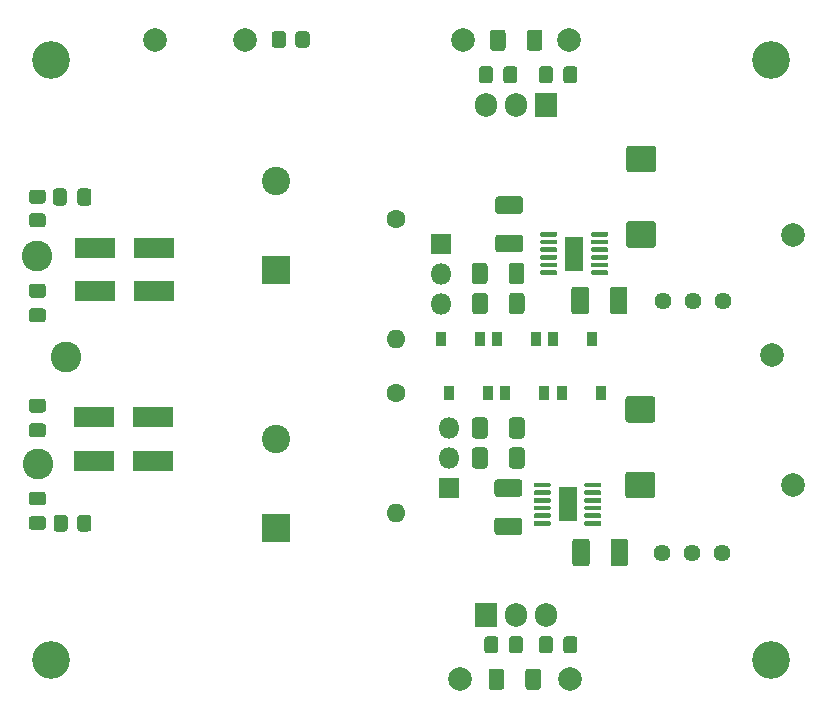
<source format=gbr>
G04 #@! TF.GenerationSoftware,KiCad,Pcbnew,(5.1.10-0-10_14)*
G04 #@! TF.CreationDate,2021-10-17T20:47:25+02:00*
G04 #@! TF.ProjectId,lv-lownoise-psu,6c762d6c-6f77-46e6-9f69-73652d707375,rev?*
G04 #@! TF.SameCoordinates,Original*
G04 #@! TF.FileFunction,Soldermask,Top*
G04 #@! TF.FilePolarity,Negative*
%FSLAX46Y46*%
G04 Gerber Fmt 4.6, Leading zero omitted, Abs format (unit mm)*
G04 Created by KiCad (PCBNEW (5.1.10-0-10_14)) date 2021-10-17 20:47:25*
%MOMM*%
%LPD*%
G01*
G04 APERTURE LIST*
%ADD10R,1.650000X2.850000*%
%ADD11C,2.000000*%
%ADD12R,0.900000X1.200000*%
%ADD13O,1.600000X1.600000*%
%ADD14C,1.600000*%
%ADD15O,1.800000X1.800000*%
%ADD16R,1.800000X1.800000*%
%ADD17O,1.905000X2.000000*%
%ADD18R,1.905000X2.000000*%
%ADD19R,3.500000X1.800000*%
%ADD20C,2.400000*%
%ADD21R,2.400000X2.400000*%
%ADD22C,1.440000*%
%ADD23C,2.600000*%
%ADD24C,3.200000*%
G04 APERTURE END LIST*
G36*
G01*
X133975999Y-67899500D02*
X136026001Y-67899500D01*
G75*
G02*
X136276000Y-68149499I0J-249999D01*
G01*
X136276000Y-69899501D01*
G75*
G02*
X136026001Y-70149500I-249999J0D01*
G01*
X133975999Y-70149500D01*
G75*
G02*
X133726000Y-69899501I0J249999D01*
G01*
X133726000Y-68149499D01*
G75*
G02*
X133975999Y-67899500I249999J0D01*
G01*
G37*
G36*
G01*
X133975999Y-61499500D02*
X136026001Y-61499500D01*
G75*
G02*
X136276000Y-61749499I0J-249999D01*
G01*
X136276000Y-63499501D01*
G75*
G02*
X136026001Y-63749500I-249999J0D01*
G01*
X133975999Y-63749500D01*
G75*
G02*
X133726000Y-63499501I0J249999D01*
G01*
X133726000Y-61749499D01*
G75*
G02*
X133975999Y-61499500I249999J0D01*
G01*
G37*
G36*
G01*
X136089501Y-42540500D02*
X134039499Y-42540500D01*
G75*
G02*
X133789500Y-42290501I0J249999D01*
G01*
X133789500Y-40540499D01*
G75*
G02*
X134039499Y-40290500I249999J0D01*
G01*
X136089501Y-40290500D01*
G75*
G02*
X136339500Y-40540499I0J-249999D01*
G01*
X136339500Y-42290501D01*
G75*
G02*
X136089501Y-42540500I-249999J0D01*
G01*
G37*
G36*
G01*
X136089501Y-48940500D02*
X134039499Y-48940500D01*
G75*
G02*
X133789500Y-48690501I0J249999D01*
G01*
X133789500Y-46940499D01*
G75*
G02*
X134039499Y-46690500I249999J0D01*
G01*
X136089501Y-46690500D01*
G75*
G02*
X136339500Y-46940499I0J-249999D01*
G01*
X136339500Y-48690501D01*
G75*
G02*
X136089501Y-48940500I-249999J0D01*
G01*
G37*
G36*
G01*
X130659500Y-52478500D02*
X130659500Y-54328500D01*
G75*
G02*
X130409500Y-54578500I-250000J0D01*
G01*
X129409500Y-54578500D01*
G75*
G02*
X129159500Y-54328500I0J250000D01*
G01*
X129159500Y-52478500D01*
G75*
G02*
X129409500Y-52228500I250000J0D01*
G01*
X130409500Y-52228500D01*
G75*
G02*
X130659500Y-52478500I0J-250000D01*
G01*
G37*
G36*
G01*
X133909500Y-52478500D02*
X133909500Y-54328500D01*
G75*
G02*
X133659500Y-54578500I-250000J0D01*
G01*
X132659500Y-54578500D01*
G75*
G02*
X132409500Y-54328500I0J250000D01*
G01*
X132409500Y-52478500D01*
G75*
G02*
X132659500Y-52228500I250000J0D01*
G01*
X133659500Y-52228500D01*
G75*
G02*
X133909500Y-52478500I0J-250000D01*
G01*
G37*
D10*
X128832500Y-70649500D03*
G36*
G01*
X130257500Y-69124500D02*
X130257500Y-68924500D01*
G75*
G02*
X130357500Y-68824500I100000J0D01*
G01*
X131607500Y-68824500D01*
G75*
G02*
X131707500Y-68924500I0J-100000D01*
G01*
X131707500Y-69124500D01*
G75*
G02*
X131607500Y-69224500I-100000J0D01*
G01*
X130357500Y-69224500D01*
G75*
G02*
X130257500Y-69124500I0J100000D01*
G01*
G37*
G36*
G01*
X130257500Y-69774500D02*
X130257500Y-69574500D01*
G75*
G02*
X130357500Y-69474500I100000J0D01*
G01*
X131607500Y-69474500D01*
G75*
G02*
X131707500Y-69574500I0J-100000D01*
G01*
X131707500Y-69774500D01*
G75*
G02*
X131607500Y-69874500I-100000J0D01*
G01*
X130357500Y-69874500D01*
G75*
G02*
X130257500Y-69774500I0J100000D01*
G01*
G37*
G36*
G01*
X130257500Y-70424500D02*
X130257500Y-70224500D01*
G75*
G02*
X130357500Y-70124500I100000J0D01*
G01*
X131607500Y-70124500D01*
G75*
G02*
X131707500Y-70224500I0J-100000D01*
G01*
X131707500Y-70424500D01*
G75*
G02*
X131607500Y-70524500I-100000J0D01*
G01*
X130357500Y-70524500D01*
G75*
G02*
X130257500Y-70424500I0J100000D01*
G01*
G37*
G36*
G01*
X130257500Y-71074500D02*
X130257500Y-70874500D01*
G75*
G02*
X130357500Y-70774500I100000J0D01*
G01*
X131607500Y-70774500D01*
G75*
G02*
X131707500Y-70874500I0J-100000D01*
G01*
X131707500Y-71074500D01*
G75*
G02*
X131607500Y-71174500I-100000J0D01*
G01*
X130357500Y-71174500D01*
G75*
G02*
X130257500Y-71074500I0J100000D01*
G01*
G37*
G36*
G01*
X130257500Y-71724500D02*
X130257500Y-71524500D01*
G75*
G02*
X130357500Y-71424500I100000J0D01*
G01*
X131607500Y-71424500D01*
G75*
G02*
X131707500Y-71524500I0J-100000D01*
G01*
X131707500Y-71724500D01*
G75*
G02*
X131607500Y-71824500I-100000J0D01*
G01*
X130357500Y-71824500D01*
G75*
G02*
X130257500Y-71724500I0J100000D01*
G01*
G37*
G36*
G01*
X130257500Y-72374500D02*
X130257500Y-72174500D01*
G75*
G02*
X130357500Y-72074500I100000J0D01*
G01*
X131607500Y-72074500D01*
G75*
G02*
X131707500Y-72174500I0J-100000D01*
G01*
X131707500Y-72374500D01*
G75*
G02*
X131607500Y-72474500I-100000J0D01*
G01*
X130357500Y-72474500D01*
G75*
G02*
X130257500Y-72374500I0J100000D01*
G01*
G37*
G36*
G01*
X125957500Y-72374500D02*
X125957500Y-72174500D01*
G75*
G02*
X126057500Y-72074500I100000J0D01*
G01*
X127307500Y-72074500D01*
G75*
G02*
X127407500Y-72174500I0J-100000D01*
G01*
X127407500Y-72374500D01*
G75*
G02*
X127307500Y-72474500I-100000J0D01*
G01*
X126057500Y-72474500D01*
G75*
G02*
X125957500Y-72374500I0J100000D01*
G01*
G37*
G36*
G01*
X125957500Y-71724500D02*
X125957500Y-71524500D01*
G75*
G02*
X126057500Y-71424500I100000J0D01*
G01*
X127307500Y-71424500D01*
G75*
G02*
X127407500Y-71524500I0J-100000D01*
G01*
X127407500Y-71724500D01*
G75*
G02*
X127307500Y-71824500I-100000J0D01*
G01*
X126057500Y-71824500D01*
G75*
G02*
X125957500Y-71724500I0J100000D01*
G01*
G37*
G36*
G01*
X125957500Y-71074500D02*
X125957500Y-70874500D01*
G75*
G02*
X126057500Y-70774500I100000J0D01*
G01*
X127307500Y-70774500D01*
G75*
G02*
X127407500Y-70874500I0J-100000D01*
G01*
X127407500Y-71074500D01*
G75*
G02*
X127307500Y-71174500I-100000J0D01*
G01*
X126057500Y-71174500D01*
G75*
G02*
X125957500Y-71074500I0J100000D01*
G01*
G37*
G36*
G01*
X125957500Y-70424500D02*
X125957500Y-70224500D01*
G75*
G02*
X126057500Y-70124500I100000J0D01*
G01*
X127307500Y-70124500D01*
G75*
G02*
X127407500Y-70224500I0J-100000D01*
G01*
X127407500Y-70424500D01*
G75*
G02*
X127307500Y-70524500I-100000J0D01*
G01*
X126057500Y-70524500D01*
G75*
G02*
X125957500Y-70424500I0J100000D01*
G01*
G37*
G36*
G01*
X125957500Y-69774500D02*
X125957500Y-69574500D01*
G75*
G02*
X126057500Y-69474500I100000J0D01*
G01*
X127307500Y-69474500D01*
G75*
G02*
X127407500Y-69574500I0J-100000D01*
G01*
X127407500Y-69774500D01*
G75*
G02*
X127307500Y-69874500I-100000J0D01*
G01*
X126057500Y-69874500D01*
G75*
G02*
X125957500Y-69774500I0J100000D01*
G01*
G37*
G36*
G01*
X125957500Y-69124500D02*
X125957500Y-68924500D01*
G75*
G02*
X126057500Y-68824500I100000J0D01*
G01*
X127307500Y-68824500D01*
G75*
G02*
X127407500Y-68924500I0J-100000D01*
G01*
X127407500Y-69124500D01*
G75*
G02*
X127307500Y-69224500I-100000J0D01*
G01*
X126057500Y-69224500D01*
G75*
G02*
X125957500Y-69124500I0J100000D01*
G01*
G37*
X129404000Y-49425500D03*
G36*
G01*
X130829000Y-47900500D02*
X130829000Y-47700500D01*
G75*
G02*
X130929000Y-47600500I100000J0D01*
G01*
X132179000Y-47600500D01*
G75*
G02*
X132279000Y-47700500I0J-100000D01*
G01*
X132279000Y-47900500D01*
G75*
G02*
X132179000Y-48000500I-100000J0D01*
G01*
X130929000Y-48000500D01*
G75*
G02*
X130829000Y-47900500I0J100000D01*
G01*
G37*
G36*
G01*
X130829000Y-48550500D02*
X130829000Y-48350500D01*
G75*
G02*
X130929000Y-48250500I100000J0D01*
G01*
X132179000Y-48250500D01*
G75*
G02*
X132279000Y-48350500I0J-100000D01*
G01*
X132279000Y-48550500D01*
G75*
G02*
X132179000Y-48650500I-100000J0D01*
G01*
X130929000Y-48650500D01*
G75*
G02*
X130829000Y-48550500I0J100000D01*
G01*
G37*
G36*
G01*
X130829000Y-49200500D02*
X130829000Y-49000500D01*
G75*
G02*
X130929000Y-48900500I100000J0D01*
G01*
X132179000Y-48900500D01*
G75*
G02*
X132279000Y-49000500I0J-100000D01*
G01*
X132279000Y-49200500D01*
G75*
G02*
X132179000Y-49300500I-100000J0D01*
G01*
X130929000Y-49300500D01*
G75*
G02*
X130829000Y-49200500I0J100000D01*
G01*
G37*
G36*
G01*
X130829000Y-49850500D02*
X130829000Y-49650500D01*
G75*
G02*
X130929000Y-49550500I100000J0D01*
G01*
X132179000Y-49550500D01*
G75*
G02*
X132279000Y-49650500I0J-100000D01*
G01*
X132279000Y-49850500D01*
G75*
G02*
X132179000Y-49950500I-100000J0D01*
G01*
X130929000Y-49950500D01*
G75*
G02*
X130829000Y-49850500I0J100000D01*
G01*
G37*
G36*
G01*
X130829000Y-50500500D02*
X130829000Y-50300500D01*
G75*
G02*
X130929000Y-50200500I100000J0D01*
G01*
X132179000Y-50200500D01*
G75*
G02*
X132279000Y-50300500I0J-100000D01*
G01*
X132279000Y-50500500D01*
G75*
G02*
X132179000Y-50600500I-100000J0D01*
G01*
X130929000Y-50600500D01*
G75*
G02*
X130829000Y-50500500I0J100000D01*
G01*
G37*
G36*
G01*
X130829000Y-51150500D02*
X130829000Y-50950500D01*
G75*
G02*
X130929000Y-50850500I100000J0D01*
G01*
X132179000Y-50850500D01*
G75*
G02*
X132279000Y-50950500I0J-100000D01*
G01*
X132279000Y-51150500D01*
G75*
G02*
X132179000Y-51250500I-100000J0D01*
G01*
X130929000Y-51250500D01*
G75*
G02*
X130829000Y-51150500I0J100000D01*
G01*
G37*
G36*
G01*
X126529000Y-51150500D02*
X126529000Y-50950500D01*
G75*
G02*
X126629000Y-50850500I100000J0D01*
G01*
X127879000Y-50850500D01*
G75*
G02*
X127979000Y-50950500I0J-100000D01*
G01*
X127979000Y-51150500D01*
G75*
G02*
X127879000Y-51250500I-100000J0D01*
G01*
X126629000Y-51250500D01*
G75*
G02*
X126529000Y-51150500I0J100000D01*
G01*
G37*
G36*
G01*
X126529000Y-50500500D02*
X126529000Y-50300500D01*
G75*
G02*
X126629000Y-50200500I100000J0D01*
G01*
X127879000Y-50200500D01*
G75*
G02*
X127979000Y-50300500I0J-100000D01*
G01*
X127979000Y-50500500D01*
G75*
G02*
X127879000Y-50600500I-100000J0D01*
G01*
X126629000Y-50600500D01*
G75*
G02*
X126529000Y-50500500I0J100000D01*
G01*
G37*
G36*
G01*
X126529000Y-49850500D02*
X126529000Y-49650500D01*
G75*
G02*
X126629000Y-49550500I100000J0D01*
G01*
X127879000Y-49550500D01*
G75*
G02*
X127979000Y-49650500I0J-100000D01*
G01*
X127979000Y-49850500D01*
G75*
G02*
X127879000Y-49950500I-100000J0D01*
G01*
X126629000Y-49950500D01*
G75*
G02*
X126529000Y-49850500I0J100000D01*
G01*
G37*
G36*
G01*
X126529000Y-49200500D02*
X126529000Y-49000500D01*
G75*
G02*
X126629000Y-48900500I100000J0D01*
G01*
X127879000Y-48900500D01*
G75*
G02*
X127979000Y-49000500I0J-100000D01*
G01*
X127979000Y-49200500D01*
G75*
G02*
X127879000Y-49300500I-100000J0D01*
G01*
X126629000Y-49300500D01*
G75*
G02*
X126529000Y-49200500I0J100000D01*
G01*
G37*
G36*
G01*
X126529000Y-48550500D02*
X126529000Y-48350500D01*
G75*
G02*
X126629000Y-48250500I100000J0D01*
G01*
X127879000Y-48250500D01*
G75*
G02*
X127979000Y-48350500I0J-100000D01*
G01*
X127979000Y-48550500D01*
G75*
G02*
X127879000Y-48650500I-100000J0D01*
G01*
X126629000Y-48650500D01*
G75*
G02*
X126529000Y-48550500I0J100000D01*
G01*
G37*
G36*
G01*
X126529000Y-47900500D02*
X126529000Y-47700500D01*
G75*
G02*
X126629000Y-47600500I100000J0D01*
G01*
X127879000Y-47600500D01*
G75*
G02*
X127979000Y-47700500I0J-100000D01*
G01*
X127979000Y-47900500D01*
G75*
G02*
X127879000Y-48000500I-100000J0D01*
G01*
X126629000Y-48000500D01*
G75*
G02*
X126529000Y-47900500I0J100000D01*
G01*
G37*
G36*
G01*
X122074500Y-66088499D02*
X122074500Y-67388501D01*
G75*
G02*
X121824501Y-67638500I-249999J0D01*
G01*
X120999499Y-67638500D01*
G75*
G02*
X120749500Y-67388501I0J249999D01*
G01*
X120749500Y-66088499D01*
G75*
G02*
X120999499Y-65838500I249999J0D01*
G01*
X121824501Y-65838500D01*
G75*
G02*
X122074500Y-66088499I0J-249999D01*
G01*
G37*
G36*
G01*
X125199500Y-66088499D02*
X125199500Y-67388501D01*
G75*
G02*
X124949501Y-67638500I-249999J0D01*
G01*
X124124499Y-67638500D01*
G75*
G02*
X123874500Y-67388501I0J249999D01*
G01*
X123874500Y-66088499D01*
G75*
G02*
X124124499Y-65838500I249999J0D01*
G01*
X124949501Y-65838500D01*
G75*
G02*
X125199500Y-66088499I0J-249999D01*
G01*
G37*
G36*
G01*
X123861000Y-51767501D02*
X123861000Y-50467499D01*
G75*
G02*
X124110999Y-50217500I249999J0D01*
G01*
X124936001Y-50217500D01*
G75*
G02*
X125186000Y-50467499I0J-249999D01*
G01*
X125186000Y-51767501D01*
G75*
G02*
X124936001Y-52017500I-249999J0D01*
G01*
X124110999Y-52017500D01*
G75*
G02*
X123861000Y-51767501I0J249999D01*
G01*
G37*
G36*
G01*
X120736000Y-51767501D02*
X120736000Y-50467499D01*
G75*
G02*
X120985999Y-50217500I249999J0D01*
G01*
X121811001Y-50217500D01*
G75*
G02*
X122061000Y-50467499I0J-249999D01*
G01*
X122061000Y-51767501D01*
G75*
G02*
X121811001Y-52017500I-249999J0D01*
G01*
X120985999Y-52017500D01*
G75*
G02*
X120736000Y-51767501I0J249999D01*
G01*
G37*
G36*
G01*
X132473000Y-75664500D02*
X132473000Y-73814500D01*
G75*
G02*
X132723000Y-73564500I250000J0D01*
G01*
X133723000Y-73564500D01*
G75*
G02*
X133973000Y-73814500I0J-250000D01*
G01*
X133973000Y-75664500D01*
G75*
G02*
X133723000Y-75914500I-250000J0D01*
G01*
X132723000Y-75914500D01*
G75*
G02*
X132473000Y-75664500I0J250000D01*
G01*
G37*
G36*
G01*
X129223000Y-75664500D02*
X129223000Y-73814500D01*
G75*
G02*
X129473000Y-73564500I250000J0D01*
G01*
X130473000Y-73564500D01*
G75*
G02*
X130723000Y-73814500I0J-250000D01*
G01*
X130723000Y-75664500D01*
G75*
G02*
X130473000Y-75914500I-250000J0D01*
G01*
X129473000Y-75914500D01*
G75*
G02*
X129223000Y-75664500I0J250000D01*
G01*
G37*
G36*
G01*
X124750000Y-70028500D02*
X122900000Y-70028500D01*
G75*
G02*
X122650000Y-69778500I0J250000D01*
G01*
X122650000Y-68778500D01*
G75*
G02*
X122900000Y-68528500I250000J0D01*
G01*
X124750000Y-68528500D01*
G75*
G02*
X125000000Y-68778500I0J-250000D01*
G01*
X125000000Y-69778500D01*
G75*
G02*
X124750000Y-70028500I-250000J0D01*
G01*
G37*
G36*
G01*
X124750000Y-73278500D02*
X122900000Y-73278500D01*
G75*
G02*
X122650000Y-73028500I0J250000D01*
G01*
X122650000Y-72028500D01*
G75*
G02*
X122900000Y-71778500I250000J0D01*
G01*
X124750000Y-71778500D01*
G75*
G02*
X125000000Y-72028500I0J-250000D01*
G01*
X125000000Y-73028500D01*
G75*
G02*
X124750000Y-73278500I-250000J0D01*
G01*
G37*
G36*
G01*
X124813500Y-46077500D02*
X122963500Y-46077500D01*
G75*
G02*
X122713500Y-45827500I0J250000D01*
G01*
X122713500Y-44827500D01*
G75*
G02*
X122963500Y-44577500I250000J0D01*
G01*
X124813500Y-44577500D01*
G75*
G02*
X125063500Y-44827500I0J-250000D01*
G01*
X125063500Y-45827500D01*
G75*
G02*
X124813500Y-46077500I-250000J0D01*
G01*
G37*
G36*
G01*
X124813500Y-49327500D02*
X122963500Y-49327500D01*
G75*
G02*
X122713500Y-49077500I0J250000D01*
G01*
X122713500Y-48077500D01*
G75*
G02*
X122963500Y-47827500I250000J0D01*
G01*
X124813500Y-47827500D01*
G75*
G02*
X125063500Y-48077500I0J-250000D01*
G01*
X125063500Y-49077500D01*
G75*
G02*
X124813500Y-49327500I-250000J0D01*
G01*
G37*
G36*
G01*
X122074500Y-63548499D02*
X122074500Y-64848501D01*
G75*
G02*
X121824501Y-65098500I-249999J0D01*
G01*
X120999499Y-65098500D01*
G75*
G02*
X120749500Y-64848501I0J249999D01*
G01*
X120749500Y-63548499D01*
G75*
G02*
X120999499Y-63298500I249999J0D01*
G01*
X121824501Y-63298500D01*
G75*
G02*
X122074500Y-63548499I0J-249999D01*
G01*
G37*
G36*
G01*
X125199500Y-63548499D02*
X125199500Y-64848501D01*
G75*
G02*
X124949501Y-65098500I-249999J0D01*
G01*
X124124499Y-65098500D01*
G75*
G02*
X123874500Y-64848501I0J249999D01*
G01*
X123874500Y-63548499D01*
G75*
G02*
X124124499Y-63298500I249999J0D01*
G01*
X124949501Y-63298500D01*
G75*
G02*
X125199500Y-63548499I0J-249999D01*
G01*
G37*
G36*
G01*
X123874500Y-54307501D02*
X123874500Y-53007499D01*
G75*
G02*
X124124499Y-52757500I249999J0D01*
G01*
X124949501Y-52757500D01*
G75*
G02*
X125199500Y-53007499I0J-249999D01*
G01*
X125199500Y-54307501D01*
G75*
G02*
X124949501Y-54557500I-249999J0D01*
G01*
X124124499Y-54557500D01*
G75*
G02*
X123874500Y-54307501I0J249999D01*
G01*
G37*
G36*
G01*
X120749500Y-54307501D02*
X120749500Y-53007499D01*
G75*
G02*
X120999499Y-52757500I249999J0D01*
G01*
X121824501Y-52757500D01*
G75*
G02*
X122074500Y-53007499I0J-249999D01*
G01*
X122074500Y-54307501D01*
G75*
G02*
X121824501Y-54557500I-249999J0D01*
G01*
X120999499Y-54557500D01*
G75*
G02*
X120749500Y-54307501I0J249999D01*
G01*
G37*
D11*
X119761000Y-85471000D03*
X129032000Y-85471000D03*
X128968500Y-31369000D03*
X120015000Y-31369000D03*
X93916500Y-31305500D03*
X101536500Y-31305500D03*
X147955000Y-69024500D03*
X146113500Y-58039000D03*
X147955000Y-47815500D03*
D12*
X123571000Y-61214000D03*
X126871000Y-61214000D03*
X128333500Y-61214000D03*
X131633500Y-61214000D03*
X130935000Y-56642000D03*
X127635000Y-56642000D03*
X126172500Y-56642000D03*
X122872500Y-56642000D03*
G36*
G01*
X123471500Y-84820998D02*
X123471500Y-86121002D01*
G75*
G02*
X123221502Y-86371000I-249998J0D01*
G01*
X122396498Y-86371000D01*
G75*
G02*
X122146500Y-86121002I0J249998D01*
G01*
X122146500Y-84820998D01*
G75*
G02*
X122396498Y-84571000I249998J0D01*
G01*
X123221502Y-84571000D01*
G75*
G02*
X123471500Y-84820998I0J-249998D01*
G01*
G37*
G36*
G01*
X126596500Y-84820998D02*
X126596500Y-86121002D01*
G75*
G02*
X126346502Y-86371000I-249998J0D01*
G01*
X125521498Y-86371000D01*
G75*
G02*
X125271500Y-86121002I0J249998D01*
G01*
X125271500Y-84820998D01*
G75*
G02*
X125521498Y-84571000I249998J0D01*
G01*
X126346502Y-84571000D01*
G75*
G02*
X126596500Y-84820998I0J-249998D01*
G01*
G37*
G36*
G01*
X125385000Y-32019002D02*
X125385000Y-30718998D01*
G75*
G02*
X125634998Y-30469000I249998J0D01*
G01*
X126460002Y-30469000D01*
G75*
G02*
X126710000Y-30718998I0J-249998D01*
G01*
X126710000Y-32019002D01*
G75*
G02*
X126460002Y-32269000I-249998J0D01*
G01*
X125634998Y-32269000D01*
G75*
G02*
X125385000Y-32019002I0J249998D01*
G01*
G37*
G36*
G01*
X122260000Y-32019002D02*
X122260000Y-30718998D01*
G75*
G02*
X122509998Y-30469000I249998J0D01*
G01*
X123335002Y-30469000D01*
G75*
G02*
X123585000Y-30718998I0J-249998D01*
G01*
X123585000Y-32019002D01*
G75*
G02*
X123335002Y-32269000I-249998J0D01*
G01*
X122509998Y-32269000D01*
G75*
G02*
X122260000Y-32019002I0J249998D01*
G01*
G37*
G36*
G01*
X123407500Y-34765000D02*
X123407500Y-33815000D01*
G75*
G02*
X123657500Y-33565000I250000J0D01*
G01*
X124332500Y-33565000D01*
G75*
G02*
X124582500Y-33815000I0J-250000D01*
G01*
X124582500Y-34765000D01*
G75*
G02*
X124332500Y-35015000I-250000J0D01*
G01*
X123657500Y-35015000D01*
G75*
G02*
X123407500Y-34765000I0J250000D01*
G01*
G37*
G36*
G01*
X121332500Y-34765000D02*
X121332500Y-33815000D01*
G75*
G02*
X121582500Y-33565000I250000J0D01*
G01*
X122257500Y-33565000D01*
G75*
G02*
X122507500Y-33815000I0J-250000D01*
G01*
X122507500Y-34765000D01*
G75*
G02*
X122257500Y-35015000I-250000J0D01*
G01*
X121582500Y-35015000D01*
G75*
G02*
X121332500Y-34765000I0J250000D01*
G01*
G37*
D13*
X114300000Y-71374000D03*
D14*
X114300000Y-61214000D03*
D13*
X114300000Y-56642000D03*
D14*
X114300000Y-46482000D03*
G36*
G01*
X83496999Y-46009000D02*
X84397001Y-46009000D01*
G75*
G02*
X84647000Y-46258999I0J-249999D01*
G01*
X84647000Y-46959001D01*
G75*
G02*
X84397001Y-47209000I-249999J0D01*
G01*
X83496999Y-47209000D01*
G75*
G02*
X83247000Y-46959001I0J249999D01*
G01*
X83247000Y-46258999D01*
G75*
G02*
X83496999Y-46009000I249999J0D01*
G01*
G37*
G36*
G01*
X83496999Y-44009000D02*
X84397001Y-44009000D01*
G75*
G02*
X84647000Y-44258999I0J-249999D01*
G01*
X84647000Y-44959001D01*
G75*
G02*
X84397001Y-45209000I-249999J0D01*
G01*
X83496999Y-45209000D01*
G75*
G02*
X83247000Y-44959001I0J249999D01*
G01*
X83247000Y-44258999D01*
G75*
G02*
X83496999Y-44009000I249999J0D01*
G01*
G37*
G36*
G01*
X87315500Y-72713001D02*
X87315500Y-71812999D01*
G75*
G02*
X87565499Y-71563000I249999J0D01*
G01*
X88265501Y-71563000D01*
G75*
G02*
X88515500Y-71812999I0J-249999D01*
G01*
X88515500Y-72713001D01*
G75*
G02*
X88265501Y-72963000I-249999J0D01*
G01*
X87565499Y-72963000D01*
G75*
G02*
X87315500Y-72713001I0J249999D01*
G01*
G37*
G36*
G01*
X85315500Y-72713001D02*
X85315500Y-71812999D01*
G75*
G02*
X85565499Y-71563000I249999J0D01*
G01*
X86265501Y-71563000D01*
G75*
G02*
X86515500Y-71812999I0J-249999D01*
G01*
X86515500Y-72713001D01*
G75*
G02*
X86265501Y-72963000I-249999J0D01*
G01*
X85565499Y-72963000D01*
G75*
G02*
X85315500Y-72713001I0J249999D01*
G01*
G37*
D15*
X118808500Y-64198500D03*
X118808500Y-66738500D03*
D16*
X118808500Y-69278500D03*
D15*
X118110000Y-53657500D03*
X118110000Y-51117500D03*
D16*
X118110000Y-48577500D03*
D12*
X118808500Y-61214000D03*
X122108500Y-61214000D03*
X121410000Y-56642000D03*
X118110000Y-56642000D03*
G36*
G01*
X86439500Y-44165500D02*
X86439500Y-45115500D01*
G75*
G02*
X86189500Y-45365500I-250000J0D01*
G01*
X85514500Y-45365500D01*
G75*
G02*
X85264500Y-45115500I0J250000D01*
G01*
X85264500Y-44165500D01*
G75*
G02*
X85514500Y-43915500I250000J0D01*
G01*
X86189500Y-43915500D01*
G75*
G02*
X86439500Y-44165500I0J-250000D01*
G01*
G37*
G36*
G01*
X88514500Y-44165500D02*
X88514500Y-45115500D01*
G75*
G02*
X88264500Y-45365500I-250000J0D01*
G01*
X87589500Y-45365500D01*
G75*
G02*
X87339500Y-45115500I0J250000D01*
G01*
X87339500Y-44165500D01*
G75*
G02*
X87589500Y-43915500I250000J0D01*
G01*
X88264500Y-43915500D01*
G75*
G02*
X88514500Y-44165500I0J-250000D01*
G01*
G37*
G36*
G01*
X83472000Y-71655000D02*
X84422000Y-71655000D01*
G75*
G02*
X84672000Y-71905000I0J-250000D01*
G01*
X84672000Y-72580000D01*
G75*
G02*
X84422000Y-72830000I-250000J0D01*
G01*
X83472000Y-72830000D01*
G75*
G02*
X83222000Y-72580000I0J250000D01*
G01*
X83222000Y-71905000D01*
G75*
G02*
X83472000Y-71655000I250000J0D01*
G01*
G37*
G36*
G01*
X83472000Y-69580000D02*
X84422000Y-69580000D01*
G75*
G02*
X84672000Y-69830000I0J-250000D01*
G01*
X84672000Y-70505000D01*
G75*
G02*
X84422000Y-70755000I-250000J0D01*
G01*
X83472000Y-70755000D01*
G75*
G02*
X83222000Y-70505000I0J250000D01*
G01*
X83222000Y-69830000D01*
G75*
G02*
X83472000Y-69580000I250000J0D01*
G01*
G37*
G36*
G01*
X84422000Y-53165500D02*
X83472000Y-53165500D01*
G75*
G02*
X83222000Y-52915500I0J250000D01*
G01*
X83222000Y-52240500D01*
G75*
G02*
X83472000Y-51990500I250000J0D01*
G01*
X84422000Y-51990500D01*
G75*
G02*
X84672000Y-52240500I0J-250000D01*
G01*
X84672000Y-52915500D01*
G75*
G02*
X84422000Y-53165500I-250000J0D01*
G01*
G37*
G36*
G01*
X84422000Y-55240500D02*
X83472000Y-55240500D01*
G75*
G02*
X83222000Y-54990500I0J250000D01*
G01*
X83222000Y-54315500D01*
G75*
G02*
X83472000Y-54065500I250000J0D01*
G01*
X84422000Y-54065500D01*
G75*
G02*
X84672000Y-54315500I0J-250000D01*
G01*
X84672000Y-54990500D01*
G75*
G02*
X84422000Y-55240500I-250000J0D01*
G01*
G37*
G36*
G01*
X84422000Y-62901500D02*
X83472000Y-62901500D01*
G75*
G02*
X83222000Y-62651500I0J250000D01*
G01*
X83222000Y-61976500D01*
G75*
G02*
X83472000Y-61726500I250000J0D01*
G01*
X84422000Y-61726500D01*
G75*
G02*
X84672000Y-61976500I0J-250000D01*
G01*
X84672000Y-62651500D01*
G75*
G02*
X84422000Y-62901500I-250000J0D01*
G01*
G37*
G36*
G01*
X84422000Y-64976500D02*
X83472000Y-64976500D01*
G75*
G02*
X83222000Y-64726500I0J250000D01*
G01*
X83222000Y-64051500D01*
G75*
G02*
X83472000Y-63801500I250000J0D01*
G01*
X84422000Y-63801500D01*
G75*
G02*
X84672000Y-64051500I0J-250000D01*
G01*
X84672000Y-64726500D01*
G75*
G02*
X84422000Y-64976500I-250000J0D01*
G01*
G37*
D17*
X127000000Y-80010000D03*
X124460000Y-80010000D03*
D18*
X121920000Y-80010000D03*
D17*
X121920000Y-36830000D03*
X124460000Y-36830000D03*
D18*
X127000000Y-36830000D03*
D19*
X88827600Y-52578000D03*
X93827600Y-52578000D03*
X88827600Y-48971200D03*
X93827600Y-48971200D03*
X93726000Y-63296800D03*
X88726000Y-63296800D03*
X93726000Y-66954400D03*
X88726000Y-66954400D03*
D20*
X104140000Y-65151000D03*
D21*
X104140000Y-72651000D03*
D20*
X104140000Y-43300000D03*
D21*
X104140000Y-50800000D03*
G36*
G01*
X105794000Y-31755501D02*
X105794000Y-30855499D01*
G75*
G02*
X106043999Y-30605500I249999J0D01*
G01*
X106744001Y-30605500D01*
G75*
G02*
X106994000Y-30855499I0J-249999D01*
G01*
X106994000Y-31755501D01*
G75*
G02*
X106744001Y-32005500I-249999J0D01*
G01*
X106043999Y-32005500D01*
G75*
G02*
X105794000Y-31755501I0J249999D01*
G01*
G37*
G36*
G01*
X103794000Y-31755501D02*
X103794000Y-30855499D01*
G75*
G02*
X104043999Y-30605500I249999J0D01*
G01*
X104744001Y-30605500D01*
G75*
G02*
X104994000Y-30855499I0J-249999D01*
G01*
X104994000Y-31755501D01*
G75*
G02*
X104744001Y-32005500I-249999J0D01*
G01*
X104043999Y-32005500D01*
G75*
G02*
X103794000Y-31755501I0J249999D01*
G01*
G37*
G36*
G01*
X127587500Y-82075000D02*
X127587500Y-83025000D01*
G75*
G02*
X127337500Y-83275000I-250000J0D01*
G01*
X126662500Y-83275000D01*
G75*
G02*
X126412500Y-83025000I0J250000D01*
G01*
X126412500Y-82075000D01*
G75*
G02*
X126662500Y-81825000I250000J0D01*
G01*
X127337500Y-81825000D01*
G75*
G02*
X127587500Y-82075000I0J-250000D01*
G01*
G37*
G36*
G01*
X129662500Y-82075000D02*
X129662500Y-83025000D01*
G75*
G02*
X129412500Y-83275000I-250000J0D01*
G01*
X128737500Y-83275000D01*
G75*
G02*
X128487500Y-83025000I0J250000D01*
G01*
X128487500Y-82075000D01*
G75*
G02*
X128737500Y-81825000I250000J0D01*
G01*
X129412500Y-81825000D01*
G75*
G02*
X129662500Y-82075000I0J-250000D01*
G01*
G37*
G36*
G01*
X123872500Y-83025000D02*
X123872500Y-82075000D01*
G75*
G02*
X124122500Y-81825000I250000J0D01*
G01*
X124797500Y-81825000D01*
G75*
G02*
X125047500Y-82075000I0J-250000D01*
G01*
X125047500Y-83025000D01*
G75*
G02*
X124797500Y-83275000I-250000J0D01*
G01*
X124122500Y-83275000D01*
G75*
G02*
X123872500Y-83025000I0J250000D01*
G01*
G37*
G36*
G01*
X121797500Y-83025000D02*
X121797500Y-82075000D01*
G75*
G02*
X122047500Y-81825000I250000J0D01*
G01*
X122722500Y-81825000D01*
G75*
G02*
X122972500Y-82075000I0J-250000D01*
G01*
X122972500Y-83025000D01*
G75*
G02*
X122722500Y-83275000I-250000J0D01*
G01*
X122047500Y-83275000D01*
G75*
G02*
X121797500Y-83025000I0J250000D01*
G01*
G37*
G36*
G01*
X128487500Y-34765000D02*
X128487500Y-33815000D01*
G75*
G02*
X128737500Y-33565000I250000J0D01*
G01*
X129412500Y-33565000D01*
G75*
G02*
X129662500Y-33815000I0J-250000D01*
G01*
X129662500Y-34765000D01*
G75*
G02*
X129412500Y-35015000I-250000J0D01*
G01*
X128737500Y-35015000D01*
G75*
G02*
X128487500Y-34765000I0J250000D01*
G01*
G37*
G36*
G01*
X126412500Y-34765000D02*
X126412500Y-33815000D01*
G75*
G02*
X126662500Y-33565000I250000J0D01*
G01*
X127337500Y-33565000D01*
G75*
G02*
X127587500Y-33815000I0J-250000D01*
G01*
X127587500Y-34765000D01*
G75*
G02*
X127337500Y-35015000I-250000J0D01*
G01*
X126662500Y-35015000D01*
G75*
G02*
X126412500Y-34765000I0J250000D01*
G01*
G37*
D22*
X141922500Y-74739500D03*
X139382500Y-74739500D03*
X136842500Y-74739500D03*
X141986000Y-53403500D03*
X139446000Y-53403500D03*
X136906000Y-53403500D03*
D23*
X83921600Y-49631600D03*
X86360000Y-58166000D03*
X83972400Y-67259200D03*
D24*
X146050000Y-33020000D03*
X146050000Y-83820000D03*
X85090000Y-83820000D03*
X85090000Y-33020000D03*
M02*

</source>
